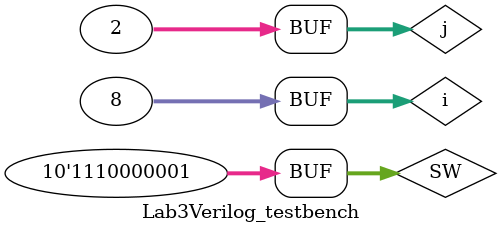
<source format=sv>


module Lab3Verilog (LEDR, SW);
   output logic [1:0] LEDR;
   input logic [9:0] SW;
	
	//set LED0 as sale light
   assign LEDR[0] = SW[8] | (SW[9] & SW[7]);
	
	//set LED1 as stolen light
   assign LEDR[1] = (~SW[8]) & (~SW[0]) & (SW[9] | ~SW[7]);
	
	//bal
  
	
endmodule

module Lab3Verilog_testbench();
   logic [1:0] LEDR;
   logic [9:0] SW;

   Lab3Verilog dut ( .LEDR,
  .SW);

   // Try all combinations of inputs.
	
   integer i;
	integer j;
   initial begin
     SW[6:1] = 1'b0;
     for(i = 0; i <8; i++) begin
		for(j=0; j<2; j++) begin 
			SW[0] = j;
		   SW[9:7] = i; #10;
		end
     end
   end
endmodule 


</source>
